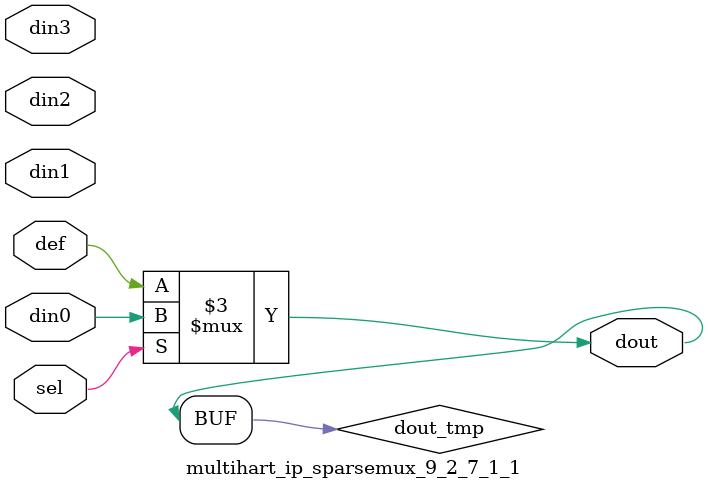
<source format=v>
`timescale 1ns / 1ps

module multihart_ip_sparsemux_9_2_7_1_1 (din0,din1,din2,din3,def,sel,dout);

parameter din0_WIDTH = 1;

parameter din1_WIDTH = 1;

parameter din2_WIDTH = 1;

parameter din3_WIDTH = 1;

parameter def_WIDTH = 1;
parameter sel_WIDTH = 1;
parameter dout_WIDTH = 1;

parameter [sel_WIDTH-1:0] CASE0 = 1;

parameter [sel_WIDTH-1:0] CASE1 = 1;

parameter [sel_WIDTH-1:0] CASE2 = 1;

parameter [sel_WIDTH-1:0] CASE3 = 1;

parameter ID = 1;
parameter NUM_STAGE = 1;



input [din0_WIDTH-1:0] din0;

input [din1_WIDTH-1:0] din1;

input [din2_WIDTH-1:0] din2;

input [din3_WIDTH-1:0] din3;

input [def_WIDTH-1:0] def;
input [sel_WIDTH-1:0] sel;

output [dout_WIDTH-1:0] dout;



reg [dout_WIDTH-1:0] dout_tmp;


always @ (*) begin
(* parallel_case *) case (sel)
    
    CASE0 : dout_tmp = din0;
    
    CASE1 : dout_tmp = din1;
    
    CASE2 : dout_tmp = din2;
    
    CASE3 : dout_tmp = din3;
    
    default : dout_tmp = def;
endcase
end


assign dout = dout_tmp;



endmodule

</source>
